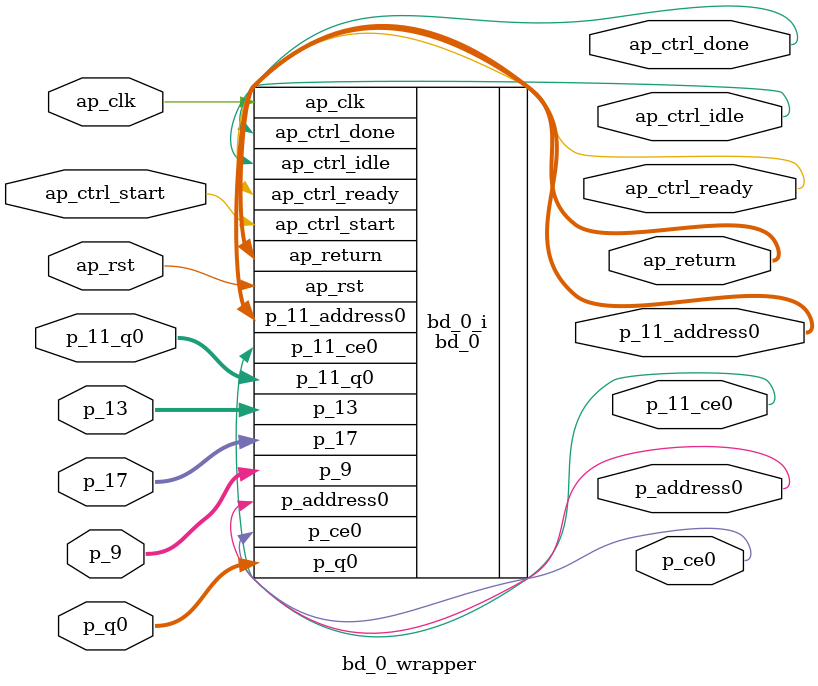
<source format=v>
`timescale 1 ps / 1 ps

module bd_0_wrapper
   (ap_clk,
    ap_ctrl_done,
    ap_ctrl_idle,
    ap_ctrl_ready,
    ap_ctrl_start,
    ap_return,
    ap_rst,
    p_11_address0,
    p_11_ce0,
    p_11_q0,
    p_13,
    p_17,
    p_9,
    p_address0,
    p_ce0,
    p_q0);
  input ap_clk;
  output ap_ctrl_done;
  output ap_ctrl_idle;
  output ap_ctrl_ready;
  input ap_ctrl_start;
  output [63:0]ap_return;
  input ap_rst;
  output [1:0]p_11_address0;
  output p_11_ce0;
  input [31:0]p_11_q0;
  input [63:0]p_13;
  input [63:0]p_17;
  input [63:0]p_9;
  output [0:0]p_address0;
  output p_ce0;
  input [31:0]p_q0;

  wire ap_clk;
  wire ap_ctrl_done;
  wire ap_ctrl_idle;
  wire ap_ctrl_ready;
  wire ap_ctrl_start;
  wire [63:0]ap_return;
  wire ap_rst;
  wire [1:0]p_11_address0;
  wire p_11_ce0;
  wire [31:0]p_11_q0;
  wire [63:0]p_13;
  wire [63:0]p_17;
  wire [63:0]p_9;
  wire [0:0]p_address0;
  wire p_ce0;
  wire [31:0]p_q0;

  bd_0 bd_0_i
       (.ap_clk(ap_clk),
        .ap_ctrl_done(ap_ctrl_done),
        .ap_ctrl_idle(ap_ctrl_idle),
        .ap_ctrl_ready(ap_ctrl_ready),
        .ap_ctrl_start(ap_ctrl_start),
        .ap_return(ap_return),
        .ap_rst(ap_rst),
        .p_11_address0(p_11_address0),
        .p_11_ce0(p_11_ce0),
        .p_11_q0(p_11_q0),
        .p_13(p_13),
        .p_17(p_17),
        .p_9(p_9),
        .p_address0(p_address0),
        .p_ce0(p_ce0),
        .p_q0(p_q0));
endmodule

</source>
